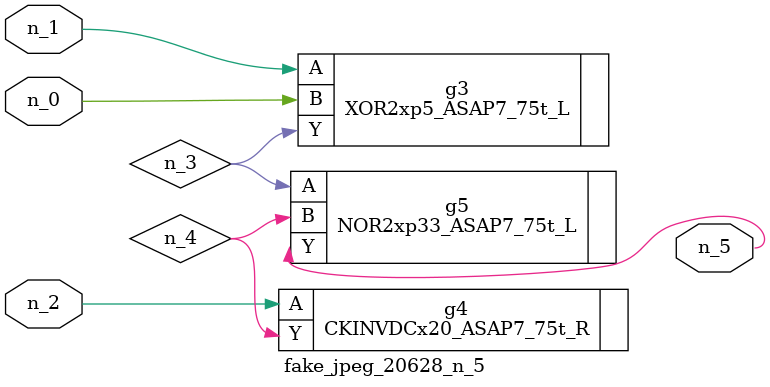
<source format=v>
module fake_jpeg_20628_n_5 (n_0, n_2, n_1, n_5);

input n_0;
input n_2;
input n_1;

output n_5;

wire n_3;
wire n_4;

XOR2xp5_ASAP7_75t_L g3 ( 
.A(n_1),
.B(n_0),
.Y(n_3)
);

CKINVDCx20_ASAP7_75t_R g4 ( 
.A(n_2),
.Y(n_4)
);

NOR2xp33_ASAP7_75t_L g5 ( 
.A(n_3),
.B(n_4),
.Y(n_5)
);


endmodule
</source>
